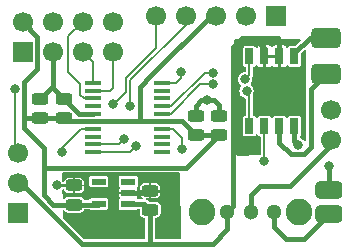
<source format=gbr>
%TF.GenerationSoftware,KiCad,Pcbnew,7.0.5*%
%TF.CreationDate,2024-01-14T18:06:27+01:00*%
%TF.ProjectId,rc_hotwheels,72635f68-6f74-4776-9865-656c732e6b69,rev?*%
%TF.SameCoordinates,Original*%
%TF.FileFunction,Copper,L1,Top*%
%TF.FilePolarity,Positive*%
%FSLAX46Y46*%
G04 Gerber Fmt 4.6, Leading zero omitted, Abs format (unit mm)*
G04 Created by KiCad (PCBNEW 7.0.5) date 2024-01-14 18:06:27*
%MOMM*%
%LPD*%
G01*
G04 APERTURE LIST*
G04 Aperture macros list*
%AMRoundRect*
0 Rectangle with rounded corners*
0 $1 Rounding radius*
0 $2 $3 $4 $5 $6 $7 $8 $9 X,Y pos of 4 corners*
0 Add a 4 corners polygon primitive as box body*
4,1,4,$2,$3,$4,$5,$6,$7,$8,$9,$2,$3,0*
0 Add four circle primitives for the rounded corners*
1,1,$1+$1,$2,$3*
1,1,$1+$1,$4,$5*
1,1,$1+$1,$6,$7*
1,1,$1+$1,$8,$9*
0 Add four rect primitives between the rounded corners*
20,1,$1+$1,$2,$3,$4,$5,0*
20,1,$1+$1,$4,$5,$6,$7,0*
20,1,$1+$1,$6,$7,$8,$9,0*
20,1,$1+$1,$8,$9,$2,$3,0*%
G04 Aperture macros list end*
%TA.AperFunction,ComponentPad*%
%ADD10R,1.700000X1.700000*%
%TD*%
%TA.AperFunction,ComponentPad*%
%ADD11C,1.700000*%
%TD*%
%TA.AperFunction,SMDPad,CuDef*%
%ADD12RoundRect,0.240000X0.455000X-0.240000X0.455000X0.240000X-0.455000X0.240000X-0.455000X-0.240000X0*%
%TD*%
%TA.AperFunction,SMDPad,CuDef*%
%ADD13RoundRect,0.240000X-0.455000X0.240000X-0.455000X-0.240000X0.455000X-0.240000X0.455000X0.240000X0*%
%TD*%
%TA.AperFunction,SMDPad,CuDef*%
%ADD14RoundRect,0.425000X-0.850000X-0.425000X0.850000X-0.425000X0.850000X0.425000X-0.850000X0.425000X0*%
%TD*%
%TA.AperFunction,SMDPad,CuDef*%
%ADD15RoundRect,0.381000X-0.762000X-0.381000X0.762000X-0.381000X0.762000X0.381000X-0.762000X0.381000X0*%
%TD*%
%TA.AperFunction,SMDPad,CuDef*%
%ADD16R,0.700000X1.350000*%
%TD*%
%TA.AperFunction,SMDPad,CuDef*%
%ADD17R,1.475000X0.450000*%
%TD*%
%TA.AperFunction,SMDPad,CuDef*%
%ADD18R,1.200000X0.600000*%
%TD*%
%TA.AperFunction,ComponentPad*%
%ADD19C,1.300000*%
%TD*%
%TA.AperFunction,ComponentPad*%
%ADD20C,2.250000*%
%TD*%
%TA.AperFunction,ViaPad*%
%ADD21C,0.800000*%
%TD*%
%TA.AperFunction,Conductor*%
%ADD22C,0.400000*%
%TD*%
%TA.AperFunction,Conductor*%
%ADD23C,0.200000*%
%TD*%
%TA.AperFunction,Conductor*%
%ADD24C,0.250000*%
%TD*%
G04 APERTURE END LIST*
D10*
%TO.P,ST,1*%
%TO.N,GND*%
X81584800Y-35229800D03*
D11*
%TO.P,ST,2*%
%TO.N,RST*%
X79044800Y-35229800D03*
%TO.P,ST,3*%
%TO.N,VR_OUT*%
X76504800Y-35229800D03*
%TO.P,ST,4*%
%TO.N,SYS_SWCLK*%
X73964800Y-35229800D03*
%TO.P,ST,5*%
%TO.N,SYS_SWDIO*%
X71424800Y-35229800D03*
%TD*%
D12*
%TO.P,C6,1,1*%
%TO.N,VR_OUT*%
X76758800Y-45333400D03*
%TO.P,C6,2,2*%
%TO.N,GND*%
X76758800Y-43713400D03*
%TD*%
%TO.P,C5,1,1*%
%TO.N,VR_OUT*%
X61645800Y-43885600D03*
%TO.P,C5,2,2*%
%TO.N,GND*%
X61645800Y-42265600D03*
%TD*%
D13*
%TO.P,C1,1,1*%
%TO.N,GND*%
X70942200Y-50038000D03*
%TO.P,C1,2,2*%
%TO.N,VCC*%
X70942200Y-51658000D03*
%TD*%
D11*
%TO.P,SM1,1,PWM*%
%TO.N,PWM*%
X59791600Y-46837600D03*
%TO.P,SM1,2,+*%
%TO.N,VCC*%
X59791600Y-49377600D03*
D10*
%TO.P,SM1,3,-*%
%TO.N,GND*%
X59791600Y-51917600D03*
%TD*%
D13*
%TO.P,C2,1,1*%
%TO.N,GND*%
X64490600Y-49606200D03*
%TO.P,C2,2,2*%
%TO.N,VR_OUT*%
X64490600Y-51226200D03*
%TD*%
D14*
%TO.P,M1,1*%
%TO.N,Motor -*%
X85852000Y-40132000D03*
%TO.P,M1,2*%
%TO.N,Motor +*%
X85852000Y-37084000D03*
%TD*%
D11*
%TO.P,BT1,1,+*%
%TO.N,Net-(BT1-+)*%
X86251605Y-45720000D03*
%TO.P,BT1,2,-*%
%TO.N,GND*%
X86251605Y-43180000D03*
%TD*%
D10*
%TO.P,U3,1,GND*%
%TO.N,GND*%
X60143920Y-38287797D03*
D11*
%TO.P,U3,2,VCC*%
%TO.N,VR_OUT*%
X60143920Y-35747797D03*
%TO.P,U3,3,CE*%
%TO.N,GND*%
X62683920Y-38287797D03*
%TO.P,U3,4,~{CSN}*%
X62683920Y-35747797D03*
%TO.P,U3,5,SCK*%
%TO.N,SCK*%
X65223920Y-38287797D03*
%TO.P,U3,6,MOSI*%
%TO.N,MOSI*%
X65223920Y-35747797D03*
%TO.P,U3,7,MISO*%
%TO.N,MISO*%
X67763920Y-38287797D03*
%TO.P,U3,8,IRQ*%
%TO.N,GND*%
X67763920Y-35747797D03*
%TD*%
D15*
%TO.P,S3,1,BATT+*%
%TO.N,Net-(S3-BATT+)*%
X86110000Y-52012000D03*
%TO.P,S3,2,GND*%
%TO.N,GND*%
X86110000Y-49980000D03*
%TD*%
D16*
%TO.P,IC1,1,OUT1*%
%TO.N,Motor +*%
X83159600Y-38684200D03*
%TO.P,IC1,2,VCC_1*%
%TO.N,VCC*%
X81889600Y-38684200D03*
%TO.P,IC1,3,VCC_2*%
X80619600Y-38684200D03*
%TO.P,IC1,4,FIN*%
%TO.N,Motor Forward*%
X79349600Y-38684200D03*
%TO.P,IC1,5,RIN*%
%TO.N,Motor Reverse*%
X79349600Y-44584200D03*
%TO.P,IC1,6,VREF*%
%TO.N,Motor Speed*%
X80619600Y-44584200D03*
%TO.P,IC1,7,OUT2*%
%TO.N,Motor -*%
X81889600Y-44584200D03*
%TO.P,IC1,8,GND*%
%TO.N,GND*%
X83159600Y-44584200D03*
%TD*%
D12*
%TO.P,C3,1,1*%
%TO.N,VR_OUT*%
X63627000Y-43885600D03*
%TO.P,C3,2,2*%
%TO.N,GND*%
X63627000Y-42265600D03*
%TD*%
D17*
%TO.P,U1,1,BOOT0*%
%TO.N,unconnected-(U1A-BOOT0-Pad1)*%
X71957593Y-46770272D03*
%TO.P,U1,2,PF0-OSC_IN*%
%TO.N,unconnected-(U1A-PF0-OSC_IN-Pad2)*%
X71957593Y-46120272D03*
%TO.P,U1,3,PF1-OSC_OUT*%
%TO.N,unconnected-(U1A-PF1-OSC_OUT-Pad3)*%
X71957593Y-45470272D03*
%TO.P,U1,4,NRST*%
%TO.N,RST*%
X71957593Y-44820272D03*
%TO.P,U1,5,VDDA*%
%TO.N,VR_OUT*%
X71957593Y-44170272D03*
%TO.P,U1,6,PA0*%
%TO.N,Motor Reverse*%
X71957593Y-43520272D03*
%TO.P,U1,7,PA1*%
%TO.N,Motor Forward*%
X71957593Y-42870272D03*
%TO.P,U1,8,PA2*%
%TO.N,unconnected-(U1A-PA2-Pad8)*%
X71957593Y-42220272D03*
%TO.P,U1,9,PA3*%
%TO.N,unconnected-(U1A-PA3-Pad9)*%
X71957593Y-41570272D03*
%TO.P,U1,10,PA4*%
%TO.N,PWM*%
X71957593Y-40920272D03*
%TO.P,U1,11,PA5*%
%TO.N,SCK*%
X66081593Y-40920272D03*
%TO.P,U1,12,PA6*%
%TO.N,MISO*%
X66081593Y-41570272D03*
%TO.P,U1,13,PA7*%
%TO.N,MOSI*%
X66081593Y-42220272D03*
%TO.P,U1,14,PB1*%
%TO.N,unconnected-(U1A-PB1-Pad14)*%
X66081593Y-42870272D03*
%TO.P,U1,15,VSS*%
%TO.N,GND*%
X66081593Y-43520272D03*
%TO.P,U1,16,VDD*%
%TO.N,VR_OUT*%
X66081593Y-44170272D03*
%TO.P,U1,17,PA9*%
%TO.N,Motor Speed*%
X66081593Y-44820272D03*
%TO.P,U1,18,PA10*%
%TO.N,unconnected-(U1A-PA10-Pad18)*%
X66081593Y-45470272D03*
%TO.P,U1,19,PA13*%
%TO.N,SYS_SWDIO*%
X66081593Y-46120272D03*
%TO.P,U1,20,PA14*%
%TO.N,SYS_SWCLK*%
X66081593Y-46770272D03*
%TD*%
D12*
%TO.P,C4,1,1*%
%TO.N,VR_OUT*%
X74803000Y-45333400D03*
%TO.P,C4,2,2*%
%TO.N,GND*%
X74803000Y-43713400D03*
%TD*%
D18*
%TO.P,IC2,1,VIN*%
%TO.N,VCC*%
X69088000Y-51176000D03*
%TO.P,IC2,2,GND*%
%TO.N,GND*%
X69088000Y-50226000D03*
%TO.P,IC2,3,EN*%
%TO.N,unconnected-(IC2-EN-Pad3)*%
X69088000Y-49276000D03*
%TO.P,IC2,4,NC*%
%TO.N,unconnected-(IC2-NC-Pad4)*%
X66588000Y-49276000D03*
%TO.P,IC2,5,VOUT*%
%TO.N,VR_OUT*%
X66588000Y-51176000D03*
%TD*%
D19*
%TO.P,S1,1,1*%
%TO.N,VCC*%
X77443517Y-51874862D03*
%TO.P,S1,2,2*%
%TO.N,Net-(BT1-+)*%
X79443517Y-51874862D03*
%TO.P,S1,3,3*%
%TO.N,Net-(S3-BATT+)*%
X81443517Y-51874862D03*
D20*
%TO.P,S1,4*%
%TO.N,N/C*%
X75343517Y-51874862D03*
%TO.P,S1,5*%
X83543517Y-51874862D03*
%TD*%
D21*
%TO.N,PWM*%
X59461400Y-41478200D03*
X73520265Y-40021520D03*
%TO.N,SYS_SWDIO*%
X68720000Y-45690000D03*
X67800000Y-42700000D03*
%TO.N,SYS_SWCLK*%
X69710000Y-46280000D03*
X69260500Y-42840000D03*
%TO.N,Motor Forward*%
X76276200Y-40055800D03*
X78992640Y-40620812D03*
%TO.N,Motor Reverse*%
X76247654Y-41054895D03*
X79108428Y-41613585D03*
%TO.N,Motor Speed*%
X63500000Y-46736000D03*
X80619600Y-47574200D03*
%TO.N,GND*%
X75742800Y-42367200D03*
X72775806Y-49682142D03*
X83489800Y-46165100D03*
X86110000Y-48000000D03*
X63087710Y-49610485D03*
%TO.N,RST*%
X73638567Y-46525827D03*
%TD*%
D22*
%TO.N,Net-(BT1-+)*%
X80238805Y-49660000D02*
X79443517Y-50455288D01*
X79443517Y-50455288D02*
X79443517Y-51874862D01*
X86251605Y-45720000D02*
X86251605Y-46168923D01*
X82760528Y-49660000D02*
X80238805Y-49660000D01*
X86251605Y-46168923D02*
X82760528Y-49660000D01*
%TO.N,VR_OUT*%
X73639872Y-44170272D02*
X74803000Y-45333400D01*
X61393920Y-36997797D02*
X61393920Y-39723480D01*
X63627000Y-43885600D02*
X61645800Y-43885600D01*
X62743879Y-51226200D02*
X64490600Y-51226200D01*
X76123800Y-35229800D02*
X71058328Y-40295272D01*
X61976000Y-50458321D02*
X62743879Y-51226200D01*
X73981636Y-48110564D02*
X76758800Y-45333400D01*
X61976000Y-46456600D02*
X61976000Y-50458321D01*
X66081593Y-44170272D02*
X63911672Y-44170272D01*
X60274200Y-44754800D02*
X61976000Y-46456600D01*
X61645800Y-43885600D02*
X60330600Y-43885600D01*
X64490600Y-51226200D02*
X66537800Y-51226200D01*
X76504800Y-35229800D02*
X76123800Y-35229800D01*
X60274200Y-43942000D02*
X60274200Y-44754800D01*
X74803000Y-45333400D02*
X76758800Y-45333400D01*
X62004364Y-48110564D02*
X73981636Y-48110564D01*
X61393920Y-39723480D02*
X60274200Y-40843200D01*
X70060000Y-41289679D02*
X70060000Y-44100544D01*
X69990272Y-44170272D02*
X66081593Y-44170272D01*
X71957593Y-44170272D02*
X72969571Y-44170272D01*
X70060000Y-44100544D02*
X70129728Y-44170272D01*
X73052311Y-44170272D02*
X73639872Y-44170272D01*
X70060000Y-44100544D02*
X69990272Y-44170272D01*
X60274200Y-40843200D02*
X60274200Y-43942000D01*
X60143920Y-35747797D02*
X61393920Y-36997797D01*
X71058328Y-40295272D02*
X71054407Y-40295272D01*
X70129728Y-44170272D02*
X71957593Y-44170272D01*
X71054407Y-40295272D02*
X70060000Y-41289679D01*
X63911672Y-44170272D02*
X63627000Y-43885600D01*
X60330600Y-43885600D02*
X60274200Y-43942000D01*
X66537800Y-51226200D02*
X66588000Y-51176000D01*
%TO.N,Motor +*%
X83159600Y-38430200D02*
X84505800Y-37084000D01*
X83159600Y-38684200D02*
X83159600Y-38430200D01*
X84505800Y-37084000D02*
X85852000Y-37084000D01*
%TO.N,Motor -*%
X83947000Y-46964600D02*
X84531200Y-46380400D01*
X84531200Y-41452800D02*
X85852000Y-40132000D01*
X81889600Y-44584200D02*
X81889600Y-45999400D01*
X82854800Y-46964600D02*
X83947000Y-46964600D01*
X81889600Y-45999400D02*
X82854800Y-46964600D01*
X84531200Y-46380400D02*
X84531200Y-41452800D01*
D23*
%TO.N,PWM*%
X73520265Y-40021520D02*
X73520265Y-40493269D01*
X73093262Y-40920272D02*
X71957593Y-40920272D01*
X59461400Y-46507400D02*
X59791600Y-46837600D01*
X59461400Y-41478200D02*
X59461400Y-46507400D01*
X73520265Y-40493269D02*
X73093262Y-40920272D01*
%TO.N,SCK*%
X66081593Y-39145470D02*
X66081593Y-40920272D01*
X65223920Y-38287797D02*
X66081593Y-39145470D01*
%TO.N,MISO*%
X67763920Y-41383102D02*
X67763920Y-38287797D01*
X67576750Y-41570272D02*
X67763920Y-41383102D01*
X66081593Y-41570272D02*
X67576750Y-41570272D01*
%TO.N,MOSI*%
X65044093Y-41015693D02*
X65044093Y-41919536D01*
X65344829Y-42220272D02*
X66081593Y-42220272D01*
X64008000Y-39979600D02*
X65044093Y-41015693D01*
X64008000Y-36963717D02*
X64008000Y-39979600D01*
X65223920Y-35747797D02*
X64008000Y-36963717D01*
X65044093Y-41919536D02*
X65344829Y-42220272D01*
%TO.N,SYS_SWDIO*%
X68860500Y-41685029D02*
X67845529Y-42700000D01*
X68860500Y-40532181D02*
X68860500Y-41685029D01*
X71424800Y-37967880D02*
X68860500Y-40532181D01*
X68289728Y-46120272D02*
X66081593Y-46120272D01*
X71424800Y-35229800D02*
X71424800Y-37967880D01*
X67845529Y-42700000D02*
X67800000Y-42700000D01*
X68720000Y-45690000D02*
X68289728Y-46120272D01*
%TO.N,SYS_SWCLK*%
X73964800Y-35229800D02*
X73964800Y-35993566D01*
X73964800Y-35993566D02*
X69260500Y-40697866D01*
X69219728Y-46770272D02*
X66081593Y-46770272D01*
X69260500Y-40697866D02*
X69260500Y-42840000D01*
X69710000Y-46280000D02*
X69219728Y-46770272D01*
D22*
%TO.N,VCC*%
X65202951Y-54533800D02*
X60046751Y-49377600D01*
X70942200Y-51658000D02*
X70942200Y-54356000D01*
X77948391Y-37901009D02*
X77948391Y-51369988D01*
X81889600Y-38684200D02*
X81889600Y-37261800D01*
X81737200Y-37109400D02*
X79719800Y-37109400D01*
X76246392Y-54533800D02*
X71120000Y-54533800D01*
X77443517Y-53336675D02*
X76246392Y-54533800D01*
X69088000Y-51176000D02*
X70460200Y-51176000D01*
X81889600Y-37261800D02*
X81737200Y-37109400D01*
X79719800Y-37109400D02*
X80619600Y-38009200D01*
X70460200Y-51176000D02*
X70942200Y-51658000D01*
X77443517Y-51874862D02*
X77443517Y-53336675D01*
X60046751Y-49377600D02*
X59791600Y-49377600D01*
X77948391Y-51369988D02*
X77443517Y-51874862D01*
X78740000Y-37109400D02*
X77948391Y-37901009D01*
X70942200Y-54356000D02*
X71120000Y-54533800D01*
X79719800Y-37109400D02*
X78740000Y-37109400D01*
X80619600Y-38009200D02*
X80619600Y-38684200D01*
X71120000Y-54533800D02*
X65202951Y-54533800D01*
%TO.N,Net-(S3-BATT+)*%
X82430880Y-54132074D02*
X83989926Y-54132074D01*
X83989926Y-54132074D02*
X86110000Y-52012000D01*
X81443517Y-51874862D02*
X81443517Y-53144711D01*
X81443517Y-53144711D02*
X82430880Y-54132074D01*
D23*
%TO.N,Motor Forward*%
X75565000Y-40055800D02*
X72750528Y-42870272D01*
X78992640Y-40620812D02*
X79349600Y-40263852D01*
X76276200Y-40055800D02*
X75565000Y-40055800D01*
X72750528Y-42870272D02*
X71957593Y-42870272D01*
X79349600Y-40263852D02*
X79349600Y-38684200D01*
%TO.N,Motor Reverse*%
X72695093Y-43520272D02*
X71957593Y-43520272D01*
X79108428Y-41613585D02*
X79349600Y-41854757D01*
X76247654Y-41054895D02*
X75160470Y-41054895D01*
X75160470Y-41054895D02*
X72695093Y-43520272D01*
X79349600Y-41854757D02*
X79349600Y-44584200D01*
%TO.N,Motor Speed*%
X65116303Y-44820272D02*
X66081593Y-44820272D01*
X63500000Y-46736000D02*
X63500000Y-46436575D01*
X80619600Y-47574200D02*
X80619600Y-44584200D01*
X63500000Y-46436575D02*
X65116303Y-44820272D01*
D22*
%TO.N,GND*%
X75285600Y-42367200D02*
X74803000Y-42849800D01*
X69088000Y-50226000D02*
X70754200Y-50226000D01*
X76327000Y-42367200D02*
X76758800Y-42799000D01*
X66081593Y-43520272D02*
X64881672Y-43520272D01*
X75742800Y-42367200D02*
X75285600Y-42367200D01*
X62683920Y-41322520D02*
X62683920Y-41227480D01*
X64881672Y-43520272D02*
X64643000Y-43281600D01*
X86110000Y-49980000D02*
X86110000Y-48000000D01*
X75742800Y-42367200D02*
X76327000Y-42367200D01*
X62683920Y-41227480D02*
X62683920Y-38287797D01*
D24*
X63091995Y-49606200D02*
X63087710Y-49610485D01*
X72419948Y-50038000D02*
X72775806Y-49682142D01*
D22*
X74803000Y-42849800D02*
X74803000Y-43713400D01*
X83159600Y-44584200D02*
X83159600Y-45834900D01*
D24*
X64490600Y-49606200D02*
X63091995Y-49606200D01*
D22*
X70754200Y-50226000D02*
X70942200Y-50038000D01*
X63627000Y-42265600D02*
X62683920Y-41322520D01*
X83159600Y-45834900D02*
X83489800Y-46165100D01*
X76758800Y-42799000D02*
X76758800Y-43713400D01*
X64643000Y-43281600D02*
X63627000Y-42265600D01*
D24*
X70942200Y-50038000D02*
X72419948Y-50038000D01*
D22*
X61645800Y-42265600D02*
X62683920Y-41227480D01*
D23*
%TO.N,RST*%
X72888446Y-44820272D02*
X73638567Y-45570393D01*
X71957593Y-44820272D02*
X72888446Y-44820272D01*
X73638567Y-45570393D02*
X73638567Y-46525827D01*
%TD*%
%TA.AperFunction,Conductor*%
%TO.N,VCC*%
G36*
X83656962Y-37203805D02*
G01*
X83693186Y-37253115D01*
X83693508Y-37314300D01*
X83669198Y-37354206D01*
X83243703Y-37779703D01*
X83189186Y-37807481D01*
X83173699Y-37808700D01*
X82789852Y-37808700D01*
X82789851Y-37808700D01*
X82789841Y-37808701D01*
X82731372Y-37820332D01*
X82731366Y-37820334D01*
X82665051Y-37864645D01*
X82665044Y-37864652D01*
X82636680Y-37907101D01*
X82588630Y-37944980D01*
X82527491Y-37947380D01*
X82476618Y-37913387D01*
X82472050Y-37907099D01*
X82419840Y-37828961D01*
X82419837Y-37828958D01*
X82337148Y-37773707D01*
X82337146Y-37773706D01*
X82264224Y-37759200D01*
X82014601Y-37759200D01*
X82014600Y-37759201D01*
X82014600Y-39609198D01*
X82014601Y-39609200D01*
X82264223Y-39609200D01*
X82264224Y-39609199D01*
X82337146Y-39594693D01*
X82337148Y-39594692D01*
X82419837Y-39539441D01*
X82419840Y-39539438D01*
X82472050Y-39461300D01*
X82520100Y-39423420D01*
X82581238Y-39421018D01*
X82632112Y-39455010D01*
X82636681Y-39461299D01*
X82665048Y-39503752D01*
X82731369Y-39548067D01*
X82775831Y-39556911D01*
X82789841Y-39559698D01*
X82789846Y-39559698D01*
X82789852Y-39559700D01*
X82789853Y-39559700D01*
X83529347Y-39559700D01*
X83529348Y-39559700D01*
X83587831Y-39548067D01*
X83654152Y-39503752D01*
X83698467Y-39437431D01*
X83710100Y-39378948D01*
X83710100Y-38487097D01*
X83729007Y-38428907D01*
X83739090Y-38417101D01*
X83991814Y-38164377D01*
X84046327Y-38136602D01*
X84106759Y-38146173D01*
X84150024Y-38189438D01*
X84160813Y-38234053D01*
X84170865Y-41249737D01*
X84166021Y-41280658D01*
X84162450Y-41291649D01*
X84156505Y-41306002D01*
X84145555Y-41327491D01*
X84145552Y-41327501D01*
X84141777Y-41351330D01*
X84138153Y-41366424D01*
X84130699Y-41389367D01*
X84130698Y-41462262D01*
X84130700Y-41462288D01*
X84130700Y-45722262D01*
X84111793Y-45780453D01*
X84062293Y-45816417D01*
X84001107Y-45816417D01*
X83953158Y-45782530D01*
X83942334Y-45768424D01*
X83918082Y-45736818D01*
X83918077Y-45736814D01*
X83918076Y-45736813D01*
X83792638Y-45640562D01*
X83659481Y-45585407D01*
X83612955Y-45545671D01*
X83598671Y-45486176D01*
X83622086Y-45429648D01*
X83642366Y-45411627D01*
X83654152Y-45403752D01*
X83698467Y-45337431D01*
X83710100Y-45278948D01*
X83710100Y-43889452D01*
X83698467Y-43830969D01*
X83654152Y-43764648D01*
X83654148Y-43764645D01*
X83587833Y-43720334D01*
X83587831Y-43720333D01*
X83587828Y-43720332D01*
X83587827Y-43720332D01*
X83529358Y-43708701D01*
X83529348Y-43708700D01*
X82789852Y-43708700D01*
X82789851Y-43708700D01*
X82789841Y-43708701D01*
X82731372Y-43720332D01*
X82731366Y-43720334D01*
X82665051Y-43764645D01*
X82665045Y-43764651D01*
X82620734Y-43830966D01*
X82617003Y-43839976D01*
X82614515Y-43838945D01*
X82591799Y-43879507D01*
X82536234Y-43905121D01*
X82476224Y-43893183D01*
X82434693Y-43848252D01*
X82431301Y-43837814D01*
X82428467Y-43830972D01*
X82428467Y-43830969D01*
X82384152Y-43764648D01*
X82384148Y-43764645D01*
X82317833Y-43720334D01*
X82317831Y-43720333D01*
X82317828Y-43720332D01*
X82317827Y-43720332D01*
X82259358Y-43708701D01*
X82259348Y-43708700D01*
X81519852Y-43708700D01*
X81519851Y-43708700D01*
X81519841Y-43708701D01*
X81461372Y-43720332D01*
X81461366Y-43720334D01*
X81395051Y-43764645D01*
X81395045Y-43764651D01*
X81350734Y-43830966D01*
X81347003Y-43839976D01*
X81344515Y-43838945D01*
X81321799Y-43879507D01*
X81266234Y-43905121D01*
X81206224Y-43893183D01*
X81164693Y-43848252D01*
X81161301Y-43837814D01*
X81158467Y-43830972D01*
X81158467Y-43830969D01*
X81114152Y-43764648D01*
X81114148Y-43764645D01*
X81047833Y-43720334D01*
X81047831Y-43720333D01*
X81047828Y-43720332D01*
X81047827Y-43720332D01*
X80989358Y-43708701D01*
X80989348Y-43708700D01*
X80249852Y-43708700D01*
X80249851Y-43708700D01*
X80249841Y-43708701D01*
X80191372Y-43720332D01*
X80191366Y-43720334D01*
X80125051Y-43764645D01*
X80125045Y-43764651D01*
X80080734Y-43830966D01*
X80077003Y-43839976D01*
X80074515Y-43838945D01*
X80051799Y-43879507D01*
X79996234Y-43905121D01*
X79936224Y-43893183D01*
X79894693Y-43848252D01*
X79891301Y-43837814D01*
X79888467Y-43830972D01*
X79888467Y-43830969D01*
X79844152Y-43764648D01*
X79844148Y-43764645D01*
X79777833Y-43720334D01*
X79777831Y-43720333D01*
X79777828Y-43720332D01*
X79777827Y-43720332D01*
X79729784Y-43710775D01*
X79676401Y-43680878D01*
X79650786Y-43625312D01*
X79650100Y-43613678D01*
X79650100Y-41919925D01*
X79652331Y-41906252D01*
X79651105Y-41906081D01*
X79652371Y-41896998D01*
X79652373Y-41896993D01*
X79652252Y-41894380D01*
X79659681Y-41851923D01*
X79693472Y-41770347D01*
X79714110Y-41613585D01*
X79693472Y-41456823D01*
X79665531Y-41389367D01*
X79632965Y-41310746D01*
X79632965Y-41310745D01*
X79536714Y-41185308D01*
X79536713Y-41185307D01*
X79536710Y-41185303D01*
X79536705Y-41185299D01*
X79536704Y-41185298D01*
X79476590Y-41139171D01*
X79441934Y-41088746D01*
X79443536Y-41027582D01*
X79458315Y-41000362D01*
X79517176Y-40923653D01*
X79577684Y-40777574D01*
X79598322Y-40620812D01*
X79583189Y-40505866D01*
X79594339Y-40445706D01*
X79608184Y-40426245D01*
X79609516Y-40424785D01*
X79613065Y-40415621D01*
X79623711Y-40395427D01*
X79625436Y-40392909D01*
X79629257Y-40387332D01*
X79636556Y-40356295D01*
X79638580Y-40349760D01*
X79650100Y-40320025D01*
X79650100Y-40310200D01*
X79652729Y-40287535D01*
X79654979Y-40277971D01*
X79650575Y-40246398D01*
X79650100Y-40239551D01*
X79650100Y-39654721D01*
X79669007Y-39596530D01*
X79718507Y-39560566D01*
X79729773Y-39557626D01*
X79777831Y-39548067D01*
X79844152Y-39503752D01*
X79872519Y-39461298D01*
X79920567Y-39423420D01*
X79981705Y-39421018D01*
X80032579Y-39455011D01*
X80037149Y-39461300D01*
X80089359Y-39539438D01*
X80089362Y-39539441D01*
X80172051Y-39594692D01*
X80172053Y-39594693D01*
X80244975Y-39609199D01*
X80244977Y-39609200D01*
X80494599Y-39609200D01*
X80494600Y-39609199D01*
X80744600Y-39609199D01*
X80744601Y-39609200D01*
X80994223Y-39609200D01*
X80994224Y-39609199D01*
X81067146Y-39594693D01*
X81067148Y-39594692D01*
X81149837Y-39539441D01*
X81149840Y-39539438D01*
X81172284Y-39505849D01*
X81220334Y-39467969D01*
X81281472Y-39465567D01*
X81332346Y-39499559D01*
X81336916Y-39505849D01*
X81359359Y-39539438D01*
X81359362Y-39539441D01*
X81442051Y-39594692D01*
X81442053Y-39594693D01*
X81514975Y-39609199D01*
X81514977Y-39609200D01*
X81764599Y-39609200D01*
X81764600Y-39609198D01*
X81764600Y-38809201D01*
X81764599Y-38809200D01*
X80744601Y-38809200D01*
X80744600Y-38809201D01*
X80744600Y-39609199D01*
X80494600Y-39609199D01*
X80494600Y-39609198D01*
X80494600Y-37759201D01*
X80494599Y-37759200D01*
X80744600Y-37759200D01*
X80744600Y-38559199D01*
X80744601Y-38559200D01*
X81764599Y-38559200D01*
X81764600Y-38559199D01*
X81764600Y-37759201D01*
X81764599Y-37759200D01*
X81514975Y-37759200D01*
X81442053Y-37773706D01*
X81442051Y-37773707D01*
X81359362Y-37828958D01*
X81359358Y-37828962D01*
X81336915Y-37862551D01*
X81288865Y-37900430D01*
X81227727Y-37902832D01*
X81176853Y-37868839D01*
X81172285Y-37862551D01*
X81149841Y-37828962D01*
X81149837Y-37828958D01*
X81067148Y-37773707D01*
X81067146Y-37773706D01*
X80994224Y-37759200D01*
X80744600Y-37759200D01*
X80494599Y-37759200D01*
X80244975Y-37759200D01*
X80172053Y-37773706D01*
X80172051Y-37773707D01*
X80089362Y-37828958D01*
X80089358Y-37828962D01*
X80037148Y-37907100D01*
X79989098Y-37944979D01*
X79927960Y-37947381D01*
X79877086Y-37913388D01*
X79872518Y-37907100D01*
X79844154Y-37864651D01*
X79844152Y-37864648D01*
X79841014Y-37862551D01*
X79777833Y-37820334D01*
X79777831Y-37820333D01*
X79777828Y-37820332D01*
X79777827Y-37820332D01*
X79719358Y-37808701D01*
X79719348Y-37808700D01*
X78979852Y-37808700D01*
X78979851Y-37808700D01*
X78979841Y-37808701D01*
X78921372Y-37820332D01*
X78921366Y-37820334D01*
X78855051Y-37864645D01*
X78855045Y-37864651D01*
X78810734Y-37930966D01*
X78810732Y-37930972D01*
X78799101Y-37989441D01*
X78799100Y-37989453D01*
X78799100Y-39378946D01*
X78799101Y-39378958D01*
X78810732Y-39437427D01*
X78810734Y-39437433D01*
X78826681Y-39461299D01*
X78855048Y-39503752D01*
X78921369Y-39548067D01*
X78969416Y-39557624D01*
X79022798Y-39587520D01*
X79048414Y-39643085D01*
X79049100Y-39654721D01*
X79049100Y-39920876D01*
X79030193Y-39979067D01*
X78980693Y-40015031D01*
X78963022Y-40019029D01*
X78835881Y-40035767D01*
X78835873Y-40035769D01*
X78689801Y-40096274D01*
X78689800Y-40096274D01*
X78564363Y-40192525D01*
X78564353Y-40192535D01*
X78468102Y-40317972D01*
X78468102Y-40317973D01*
X78407597Y-40464045D01*
X78407595Y-40464053D01*
X78386958Y-40620811D01*
X78386958Y-40620812D01*
X78407595Y-40777570D01*
X78407597Y-40777578D01*
X78468102Y-40923650D01*
X78468102Y-40923651D01*
X78547851Y-41027582D01*
X78564358Y-41049094D01*
X78624480Y-41095227D01*
X78659134Y-41145649D01*
X78657533Y-41206813D01*
X78642753Y-41234034D01*
X78583890Y-41310745D01*
X78583890Y-41310746D01*
X78523385Y-41456818D01*
X78523383Y-41456826D01*
X78502746Y-41613584D01*
X78502746Y-41613585D01*
X78523383Y-41770343D01*
X78523385Y-41770351D01*
X78583890Y-41916423D01*
X78583890Y-41916424D01*
X78680141Y-42041861D01*
X78680146Y-42041867D01*
X78805587Y-42138121D01*
X78951666Y-42198629D01*
X78963020Y-42200123D01*
X79018243Y-42226460D01*
X79047441Y-42280229D01*
X79049100Y-42298276D01*
X79049100Y-43613678D01*
X79030193Y-43671869D01*
X78980693Y-43707833D01*
X78969416Y-43710775D01*
X78921372Y-43720332D01*
X78921366Y-43720334D01*
X78855051Y-43764645D01*
X78855045Y-43764651D01*
X78810734Y-43830966D01*
X78810732Y-43830972D01*
X78799101Y-43889441D01*
X78799100Y-43889453D01*
X78799100Y-45278946D01*
X78799101Y-45278958D01*
X78807294Y-45320143D01*
X78810733Y-45337431D01*
X78855048Y-45403752D01*
X78921369Y-45448067D01*
X78965831Y-45456911D01*
X78979841Y-45459698D01*
X78979846Y-45459698D01*
X78979852Y-45459700D01*
X78979853Y-45459700D01*
X79719347Y-45459700D01*
X79719348Y-45459700D01*
X79777831Y-45448067D01*
X79844152Y-45403752D01*
X79888467Y-45337431D01*
X79888468Y-45337425D01*
X79892197Y-45328424D01*
X79894684Y-45329454D01*
X79917398Y-45288895D01*
X79972962Y-45263278D01*
X80032972Y-45275214D01*
X80074506Y-45320143D01*
X80077900Y-45330590D01*
X80080732Y-45337427D01*
X80080733Y-45337431D01*
X80125048Y-45403752D01*
X80191369Y-45448067D01*
X80239416Y-45457624D01*
X80292798Y-45487520D01*
X80318414Y-45543085D01*
X80319100Y-45554721D01*
X80319100Y-46907970D01*
X80300193Y-46966161D01*
X80250693Y-47002125D01*
X80223864Y-47006898D01*
X78357085Y-47077917D01*
X78298217Y-47061236D01*
X78260397Y-47013139D01*
X78254340Y-46980923D01*
X78254254Y-46976501D01*
X78065424Y-37314738D01*
X78083191Y-37256192D01*
X78131978Y-37219268D01*
X78163876Y-37213809D01*
X83598676Y-37185205D01*
X83656962Y-37203805D01*
G37*
%TD.AperFunction*%
%TD*%
%TA.AperFunction,Conductor*%
%TO.N,GND*%
G36*
X73448923Y-48528377D02*
G01*
X73474233Y-48572214D01*
X73475352Y-48584175D01*
X73541156Y-54058411D01*
X73524416Y-54106181D01*
X73480886Y-54132016D01*
X73467161Y-54133300D01*
X71416700Y-54133300D01*
X71369134Y-54115987D01*
X71343824Y-54072150D01*
X71342700Y-54059300D01*
X71342700Y-52412500D01*
X71360013Y-52364934D01*
X71403850Y-52339624D01*
X71416700Y-52338500D01*
X71450259Y-52338500D01*
X71450266Y-52338500D01*
X71480019Y-52335710D01*
X71537026Y-52315762D01*
X71605355Y-52291853D01*
X71605355Y-52291852D01*
X71605357Y-52291852D01*
X71712199Y-52212999D01*
X71791052Y-52106157D01*
X71834910Y-51980819D01*
X71837700Y-51951066D01*
X71837700Y-51364934D01*
X71834910Y-51335181D01*
X71834908Y-51335175D01*
X71791053Y-51209844D01*
X71712199Y-51103001D01*
X71712198Y-51103000D01*
X71605355Y-51024146D01*
X71480024Y-50980291D01*
X71480025Y-50980291D01*
X71480020Y-50980290D01*
X71480019Y-50980290D01*
X71450266Y-50977500D01*
X71450260Y-50977500D01*
X70858745Y-50977500D01*
X70811179Y-50960187D01*
X70806419Y-50955826D01*
X70720130Y-50869537D01*
X70720115Y-50869523D01*
X70698541Y-50847949D01*
X70675294Y-50836103D01*
X70665397Y-50830038D01*
X70644289Y-50814703D01*
X70644290Y-50814703D01*
X70637130Y-50812377D01*
X70597242Y-50781212D01*
X70586718Y-50731699D01*
X70610483Y-50687006D01*
X70657416Y-50668044D01*
X70659998Y-50667999D01*
X70867200Y-50667999D01*
X70867200Y-50113000D01*
X71017200Y-50113000D01*
X71017200Y-50667999D01*
X71427891Y-50667999D01*
X71519219Y-50653535D01*
X71519220Y-50653534D01*
X71629293Y-50597448D01*
X71716650Y-50510091D01*
X71772734Y-50400019D01*
X71772735Y-50400018D01*
X71787200Y-50308692D01*
X71787200Y-50113000D01*
X71017200Y-50113000D01*
X70867200Y-50113000D01*
X70097201Y-50113000D01*
X70097201Y-50308691D01*
X70111664Y-50400019D01*
X70111665Y-50400020D01*
X70167751Y-50510093D01*
X70255108Y-50597450D01*
X70329915Y-50635566D01*
X70364437Y-50672586D01*
X70367087Y-50723135D01*
X70336623Y-50763562D01*
X70296320Y-50775500D01*
X69901540Y-50775500D01*
X69853974Y-50758187D01*
X69840012Y-50742613D01*
X69832552Y-50731448D01*
X69823957Y-50725705D01*
X69794029Y-50684885D01*
X69797341Y-50634374D01*
X69803545Y-50623066D01*
X69829296Y-50584527D01*
X69838000Y-50540773D01*
X69838000Y-50301000D01*
X68338001Y-50301000D01*
X68338001Y-50540778D01*
X68346701Y-50584524D01*
X68372455Y-50623067D01*
X68384486Y-50672235D01*
X68362098Y-50717634D01*
X68352042Y-50725705D01*
X68343450Y-50731446D01*
X68343447Y-50731449D01*
X68299133Y-50797767D01*
X68287500Y-50856253D01*
X68287500Y-51495746D01*
X68299133Y-51554232D01*
X68314013Y-51576500D01*
X68343448Y-51620552D01*
X68387560Y-51650027D01*
X68409767Y-51664866D01*
X68409768Y-51664866D01*
X68409769Y-51664867D01*
X68468252Y-51676500D01*
X68468254Y-51676500D01*
X69707746Y-51676500D01*
X69707748Y-51676500D01*
X69766231Y-51664867D01*
X69832552Y-51620552D01*
X69840012Y-51609386D01*
X69880833Y-51579456D01*
X69901540Y-51576500D01*
X69972700Y-51576500D01*
X70020266Y-51593813D01*
X70045576Y-51637650D01*
X70046700Y-51650499D01*
X70046700Y-51951066D01*
X70049490Y-51980819D01*
X70049490Y-51980821D01*
X70049491Y-51980824D01*
X70093346Y-52106155D01*
X70172200Y-52212998D01*
X70172201Y-52212999D01*
X70279044Y-52291853D01*
X70404375Y-52335708D01*
X70404381Y-52335710D01*
X70434134Y-52338500D01*
X70467700Y-52338500D01*
X70515266Y-52355813D01*
X70540576Y-52399650D01*
X70541700Y-52412500D01*
X70541700Y-54059300D01*
X70524387Y-54106866D01*
X70480550Y-54132176D01*
X70467700Y-54133300D01*
X65399496Y-54133300D01*
X65351930Y-54115987D01*
X65347170Y-54111626D01*
X63580192Y-52344648D01*
X63558800Y-52298772D01*
X63558528Y-52293486D01*
X63550635Y-51776903D01*
X63567219Y-51729079D01*
X63610664Y-51703103D01*
X63660643Y-51711130D01*
X63684166Y-51731832D01*
X63720597Y-51781195D01*
X63720601Y-51781199D01*
X63827444Y-51860053D01*
X63952775Y-51903908D01*
X63952781Y-51903910D01*
X63982534Y-51906700D01*
X63982541Y-51906700D01*
X64998659Y-51906700D01*
X64998666Y-51906700D01*
X65028419Y-51903910D01*
X65085426Y-51883962D01*
X65153755Y-51860053D01*
X65153755Y-51860052D01*
X65153757Y-51860052D01*
X65260599Y-51781199D01*
X65339452Y-51674357D01*
X65339453Y-51674353D01*
X65342045Y-51669452D01*
X65343657Y-51670304D01*
X65370839Y-51637080D01*
X65408634Y-51626700D01*
X65830201Y-51626700D01*
X65871314Y-51639172D01*
X65909767Y-51664866D01*
X65909768Y-51664866D01*
X65909769Y-51664867D01*
X65968252Y-51676500D01*
X65968254Y-51676500D01*
X67207746Y-51676500D01*
X67207748Y-51676500D01*
X67266231Y-51664867D01*
X67332552Y-51620552D01*
X67376867Y-51554231D01*
X67388500Y-51495748D01*
X67388500Y-50856252D01*
X67376867Y-50797769D01*
X67373555Y-50792813D01*
X67354010Y-50763562D01*
X67332552Y-50731448D01*
X67310343Y-50716608D01*
X67266232Y-50687133D01*
X67266233Y-50687133D01*
X67236989Y-50681316D01*
X67207748Y-50675500D01*
X65968252Y-50675500D01*
X65939010Y-50681316D01*
X65909767Y-50687133D01*
X65843449Y-50731447D01*
X65843447Y-50731449D01*
X65802444Y-50792813D01*
X65761622Y-50822744D01*
X65740916Y-50825700D01*
X65408634Y-50825700D01*
X65361068Y-50808387D01*
X65343103Y-50782388D01*
X65342045Y-50782948D01*
X65339453Y-50778045D01*
X65329963Y-50765187D01*
X65260599Y-50671201D01*
X65260598Y-50671200D01*
X65153755Y-50592346D01*
X65028424Y-50548491D01*
X65028425Y-50548491D01*
X65028420Y-50548490D01*
X65028419Y-50548490D01*
X64998666Y-50545700D01*
X63982534Y-50545700D01*
X63952781Y-50548490D01*
X63952779Y-50548490D01*
X63952775Y-50548491D01*
X63827444Y-50592346D01*
X63720601Y-50671200D01*
X63720600Y-50671201D01*
X63667711Y-50742864D01*
X63625536Y-50770855D01*
X63575235Y-50765187D01*
X63540345Y-50728513D01*
X63534180Y-50700052D01*
X63533805Y-50675500D01*
X63523632Y-50009798D01*
X63540216Y-49961975D01*
X63583661Y-49935999D01*
X63633639Y-49944026D01*
X63663557Y-49975074D01*
X63716151Y-50078293D01*
X63803508Y-50165650D01*
X63913580Y-50221734D01*
X63913581Y-50221735D01*
X64004908Y-50236199D01*
X64415600Y-50236199D01*
X64415600Y-50236198D01*
X64565599Y-50236198D01*
X64565600Y-50236199D01*
X64976291Y-50236199D01*
X65067619Y-50221735D01*
X65067620Y-50221734D01*
X65177693Y-50165648D01*
X65265050Y-50078291D01*
X65321134Y-49968219D01*
X65321135Y-49968218D01*
X65335600Y-49876892D01*
X65335600Y-49681200D01*
X64565600Y-49681200D01*
X64565599Y-50236198D01*
X64415600Y-50236198D01*
X64415600Y-49595746D01*
X65787500Y-49595746D01*
X65799133Y-49654232D01*
X65813665Y-49675980D01*
X65843448Y-49720552D01*
X65864122Y-49734366D01*
X65909767Y-49764866D01*
X65909768Y-49764866D01*
X65909769Y-49764867D01*
X65968252Y-49776500D01*
X65968254Y-49776500D01*
X67207746Y-49776500D01*
X67207748Y-49776500D01*
X67266231Y-49764867D01*
X67332552Y-49720552D01*
X67376867Y-49654231D01*
X67388500Y-49595748D01*
X67388500Y-49595746D01*
X68287500Y-49595746D01*
X68299133Y-49654232D01*
X68313665Y-49675980D01*
X68343448Y-49720552D01*
X68352039Y-49726292D01*
X68381970Y-49767113D01*
X68378659Y-49817624D01*
X68372455Y-49828932D01*
X68346703Y-49867472D01*
X68338000Y-49911226D01*
X68338000Y-50151000D01*
X69837999Y-50151000D01*
X69837999Y-49963000D01*
X70097200Y-49963000D01*
X70867200Y-49963000D01*
X70867200Y-49408000D01*
X71017200Y-49408000D01*
X71017200Y-49963000D01*
X71787199Y-49963000D01*
X71787199Y-49767308D01*
X71772735Y-49675980D01*
X71772734Y-49675979D01*
X71716648Y-49565906D01*
X71629291Y-49478549D01*
X71519219Y-49422465D01*
X71519218Y-49422464D01*
X71427893Y-49408000D01*
X71017200Y-49408000D01*
X70867200Y-49408000D01*
X70456508Y-49408000D01*
X70365180Y-49422464D01*
X70365179Y-49422465D01*
X70255106Y-49478551D01*
X70167749Y-49565908D01*
X70111665Y-49675980D01*
X70111664Y-49675981D01*
X70097200Y-49767307D01*
X70097200Y-49963000D01*
X69837999Y-49963000D01*
X69837999Y-49911221D01*
X69829298Y-49867474D01*
X69803545Y-49828933D01*
X69791513Y-49779764D01*
X69813901Y-49734366D01*
X69823949Y-49726300D01*
X69832552Y-49720552D01*
X69876867Y-49654231D01*
X69888500Y-49595748D01*
X69888500Y-48956252D01*
X69876867Y-48897769D01*
X69832552Y-48831448D01*
X69810343Y-48816608D01*
X69766232Y-48787133D01*
X69766233Y-48787133D01*
X69736989Y-48781316D01*
X69707748Y-48775500D01*
X68468252Y-48775500D01*
X68439010Y-48781316D01*
X68409767Y-48787133D01*
X68343449Y-48831447D01*
X68343447Y-48831449D01*
X68299133Y-48897767D01*
X68287500Y-48956253D01*
X68287500Y-49595746D01*
X67388500Y-49595746D01*
X67388500Y-48956252D01*
X67376867Y-48897769D01*
X67332552Y-48831448D01*
X67310343Y-48816608D01*
X67266232Y-48787133D01*
X67266233Y-48787133D01*
X67236989Y-48781316D01*
X67207748Y-48775500D01*
X65968252Y-48775500D01*
X65939010Y-48781316D01*
X65909767Y-48787133D01*
X65843449Y-48831447D01*
X65843447Y-48831449D01*
X65799133Y-48897767D01*
X65787500Y-48956253D01*
X65787500Y-49595746D01*
X64415600Y-49595746D01*
X64415600Y-48976200D01*
X64565600Y-48976200D01*
X64565600Y-49531200D01*
X65335599Y-49531200D01*
X65335599Y-49335508D01*
X65321135Y-49244180D01*
X65321134Y-49244179D01*
X65265048Y-49134106D01*
X65177691Y-49046749D01*
X65067619Y-48990665D01*
X65067618Y-48990664D01*
X64976293Y-48976200D01*
X64565600Y-48976200D01*
X64415600Y-48976200D01*
X64004908Y-48976200D01*
X63913580Y-48990664D01*
X63913579Y-48990665D01*
X63803506Y-49046751D01*
X63716149Y-49134108D01*
X63660065Y-49244180D01*
X63660063Y-49244185D01*
X63658959Y-49251157D01*
X63634417Y-49295429D01*
X63587159Y-49313567D01*
X63539299Y-49297085D01*
X63513230Y-49253695D01*
X63511880Y-49240717D01*
X63501879Y-48586193D01*
X63518463Y-48538369D01*
X63561908Y-48512393D01*
X63575870Y-48511064D01*
X73401357Y-48511064D01*
X73448923Y-48528377D01*
G37*
%TD.AperFunction*%
%TD*%
M02*

</source>
